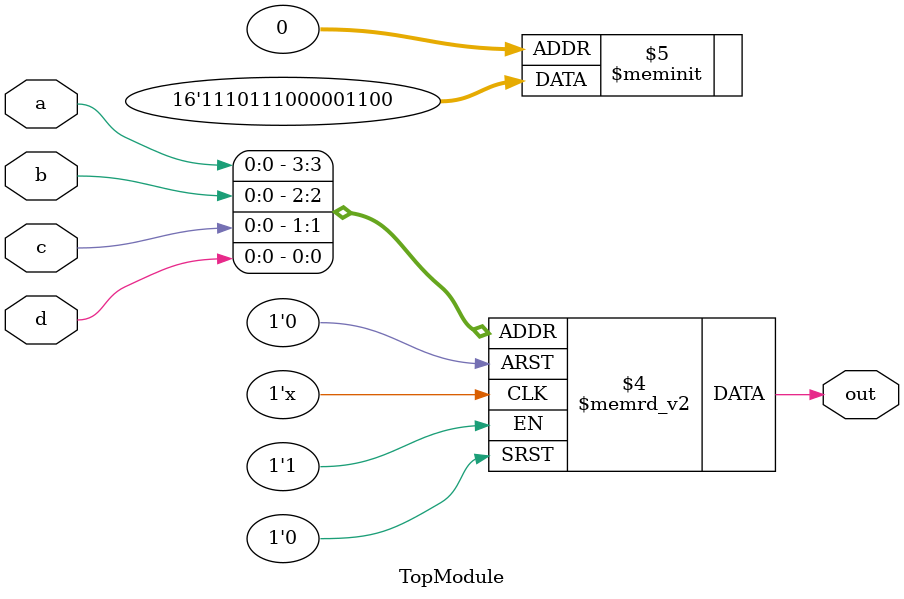
<source format=sv>

module TopModule (
  input a,
  input b,
  input c,
  input d,
  output reg out
);
always @(*) begin
    case ({a, b, c, d})
        4'b0000: out = 1'b0; // d -> choose 0
        4'b0001: out = 1'b0;
        4'b0010: out = 1'b1;
        4'b0011: out = 1'b1;
        4'b0100: out = 1'b0;
        4'b0101: out = 1'b0;
        4'b0110: out = 1'b0; // d -> choose 0
        4'b0111: out = 1'b0; // d -> choose 0
        4'b1000: out = 1'b0;
        4'b1001: out = 1'b1;
        4'b1010: out = 1'b1;
        4'b1011: out = 1'b1;
        4'b1100: out = 1'b0;
        4'b1101: out = 1'b1;
        4'b1110: out = 1'b1;
        4'b1111: out = 1'b1;
        default: out = 1'b0;
    endcase
end
endmodule

</source>
